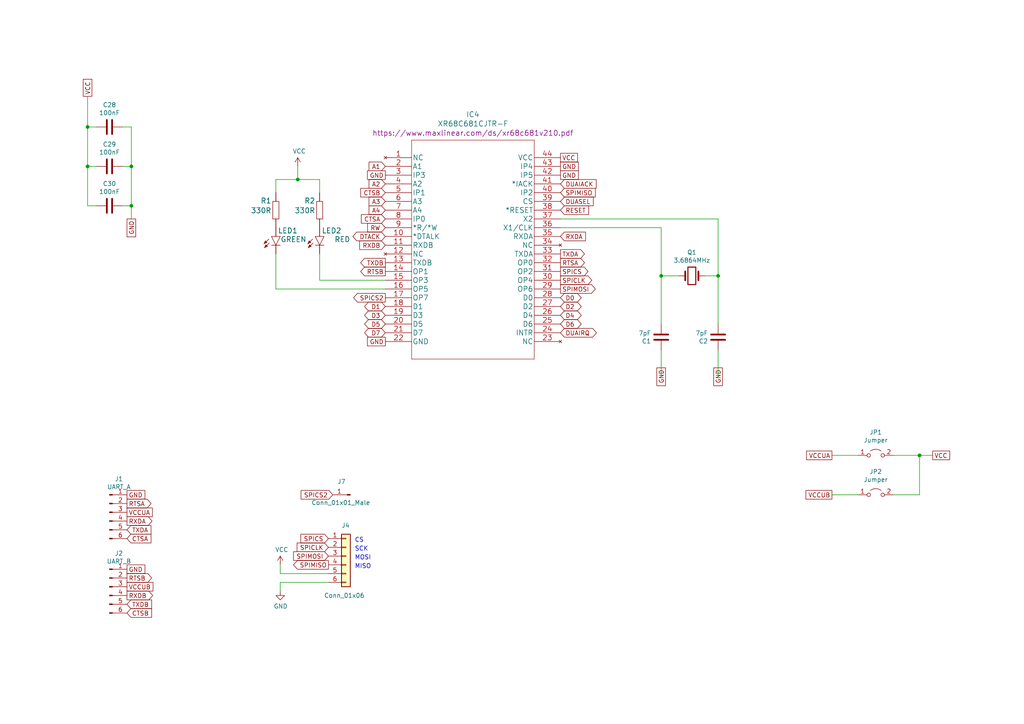
<source format=kicad_sch>
(kicad_sch (version 20231120) (generator "eeschema") (generator_version "8.0")
  (paper "A4")
  (title_block (title "ROSCO_M68K CLASSIC MC68030 EDITION") (date "2024-03-17") (rev "2.10") (company "The Really Old-School Company Limited") (comment 1 "OSHWA UK000006 (https://certification.oshwa.org/uk000006.html)") (comment 2 "See https://github.com/roscopeco/rosco_m68k/blob/master/LICENCE.hardware.txt") (comment 3 "Open Source Hardware licenced under CERN Open Hardware Licence") (comment 4 "Copyright 2019-2024 Ross Bamford and Contributors"))
  (lib_symbols
    (symbol "Connector:Conn_01x01_Pin" (pin_names (offset 1.016) hide)
      (property "Reference" "J" (at 0 2.54 0))
      (property "Value" "Conn_01x01_Pin" (at 0 -2.54 0))
      (symbol "Conn_01x01_Pin_1_1"
        (polyline (pts (xy 1.27 0) (xy 0.8636 0)) (stroke (width 0.1524)))
        (rectangle (start 0.8636 0.127) (end 0 -0.127) (stroke (width 0.1524)) (fill (type outline)))
        (pin passive line (at 5.08 0 180) (length 3.81) (name "Pin_1") (number "1"))
      )
    )
    (symbol "Connector:Conn_01x06_Pin" (pin_names (offset 1.016) hide)
      (property "Reference" "J" (at 0 7.62 0))
      (property "Value" "Conn_01x06_Pin" (at 0 -10.16 0))
      (symbol "Conn_01x06_Pin_1_1"
        (polyline (pts (xy 1.27 -7.62) (xy 0.8636 -7.62)) (stroke (width 0.1524)))
        (polyline (pts (xy 1.27 -5.08) (xy 0.8636 -5.08)) (stroke (width 0.1524)))
        (polyline (pts (xy 1.27 -2.54) (xy 0.8636 -2.54)) (stroke (width 0.1524)))
        (polyline (pts (xy 1.27 0) (xy 0.8636 0)) (stroke (width 0.1524)))
        (polyline (pts (xy 1.27 2.54) (xy 0.8636 2.54)) (stroke (width 0.1524)))
        (polyline (pts (xy 1.27 5.08) (xy 0.8636 5.08)) (stroke (width 0.1524)))
        (rectangle (start 0.8636 -7.493) (end 0 -7.747) (stroke (width 0.1524)) (fill (type outline)))
        (rectangle (start 0.8636 -4.953) (end 0 -5.207) (stroke (width 0.1524)) (fill (type outline)))
        (rectangle (start 0.8636 -2.413) (end 0 -2.667) (stroke (width 0.1524)) (fill (type outline)))
        (rectangle (start 0.8636 0.127) (end 0 -0.127) (stroke (width 0.1524)) (fill (type outline)))
        (rectangle (start 0.8636 2.667) (end 0 2.413) (stroke (width 0.1524)) (fill (type outline)))
        (rectangle (start 0.8636 5.207) (end 0 4.953) (stroke (width 0.1524)) (fill (type outline)))
        (pin passive line (at 5.08 5.08 180) (length 3.81) (name "Pin_1") (number "1"))
        (pin passive line (at 5.08 2.54 180) (length 3.81) (name "Pin_2") (number "2"))
        (pin passive line (at 5.08 0 180) (length 3.81) (name "Pin_3") (number "3"))
        (pin passive line (at 5.08 -2.54 180) (length 3.81) (name "Pin_4") (number "4"))
        (pin passive line (at 5.08 -5.08 180) (length 3.81) (name "Pin_5") (number "5"))
        (pin passive line (at 5.08 -7.62 180) (length 3.81) (name "Pin_6") (number "6"))
      )
    )
    (symbol "Connector_Generic:Conn_01x06" (pin_names (offset 1.016) hide)
      (property "Reference" "J" (at 0 7.62 0))
      (property "Value" "Conn_01x06" (at 0 -10.16 0))
      (symbol "Conn_01x06_1_1"
        (rectangle (start -1.27 -7.493) (end 0 -7.747) (stroke (width 0.1524)))
        (rectangle (start -1.27 -4.953) (end 0 -5.207) (stroke (width 0.1524)))
        (rectangle (start -1.27 -2.413) (end 0 -2.667) (stroke (width 0.1524)))
        (rectangle (start -1.27 0.127) (end 0 -0.127) (stroke (width 0.1524)))
        (rectangle (start -1.27 2.667) (end 0 2.413) (stroke (width 0.1524)))
        (rectangle (start -1.27 5.207) (end 0 4.953) (stroke (width 0.1524)))
        (rectangle (start -1.27 6.35) (end 1.27 -8.89) (stroke (width 0.254)) (fill (type background)))
        (pin passive line (at -5.08 5.08 0) (length 3.81) (name "Pin_1") (number "1"))
        (pin passive line (at -5.08 2.54 0) (length 3.81) (name "Pin_2") (number "2"))
        (pin passive line (at -5.08 0 0) (length 3.81) (name "Pin_3") (number "3"))
        (pin passive line (at -5.08 -2.54 0) (length 3.81) (name "Pin_4") (number "4"))
        (pin passive line (at -5.08 -5.08 0) (length 3.81) (name "Pin_5") (number "5"))
        (pin passive line (at -5.08 -7.62 0) (length 3.81) (name "Pin_6") (number "6"))
      )
    )
    (symbol "Device:C" (pin_numbers hide) (pin_names (offset 0.254))
      (property "Reference" "C" (at 0.635 2.54 0))
      (property "Value" "C" (at 0.635 -2.54 0))
      (symbol "C_0_1"
        (polyline (pts (xy -2.032 -0.762) (xy 2.032 -0.762)) (stroke (width 0.508)))
        (polyline (pts (xy -2.032 0.762) (xy 2.032 0.762)) (stroke (width 0.508)))
      )
      (symbol "C_1_1"
        (pin passive line (at 0 3.81 270) (length 2.794) (name "~") (number "1"))
        (pin passive line (at 0 -3.81 90) (length 2.794) (name "~") (number "2"))
      )
    )
    (symbol "Device:Crystal" (pin_numbers hide) (pin_names (offset 1.016) hide)
      (property "Reference" "Y" (at 0 3.81 0))
      (property "Value" "Crystal" (at 0 -3.81 0))
      (symbol "Crystal_0_1"
        (rectangle (start -1.143 2.54) (end 1.143 -2.54) (stroke (width 0.3048)))
        (polyline (pts (xy -2.54 0) (xy -1.905 0)))
        (polyline (pts (xy -1.905 -1.27) (xy -1.905 1.27)) (stroke (width 0.508)))
        (polyline (pts (xy 1.905 -1.27) (xy 1.905 1.27)) (stroke (width 0.508)))
        (polyline (pts (xy 2.54 0) (xy 1.905 0)))
      )
      (symbol "Crystal_1_1"
        (pin passive line (at -3.81 0 0) (length 1.27) (name "1") (number "1"))
        (pin passive line (at 3.81 0 180) (length 1.27) (name "2") (number "2"))
      )
    )
    (symbol "Jumper:Jumper_2_Open" (pin_names (offset 0) hide)
      (property "Reference" "JP" (at 0 2.794 0))
      (property "Value" "Jumper_2_Open" (at 0 -2.286 0))
      (symbol "Jumper_2_Open_0_0"
        (circle (center -2.032 0) (radius 0.508))
        (circle (center 2.032 0) (radius 0.508))
      )
      (symbol "Jumper_2_Open_0_1"
        (arc (start 1.524 1.27) (mid 0 1.778) (end -1.524 1.27))
      )
      (symbol "Jumper_2_Open_1_1"
        (pin passive line (at -5.08 0 0) (length 2.54) (name "A") (number "1"))
        (pin passive line (at 5.08 0 180) (length 2.54) (name "B") (number "2"))
      )
    )
    (symbol "power:GND" (power) (pin_names (offset 0))
      (property "Value" "GND" (at 0 -3.81 0))
      (symbol "GND_0_1"
        (polyline (pts (xy 0 0) (xy 0 -1.27) (xy 1.27 -1.27) (xy 0 -2.54) (xy -1.27 -1.27) (xy 0 -1.27)))
      )
      (symbol "GND_1_1"
        (pin power_in line (at 0 0 270) (length 0) hide (name "GND") (number "1"))
      )
    )
    (symbol "power:VCC" (power) (pin_names (offset 0))
      (property "Value" "VCC" (at 0 3.81 0))
      (symbol "VCC_0_1"
        (polyline (pts (xy -0.762 1.27) (xy 0 2.54)))
        (polyline (pts (xy 0 0) (xy 0 2.54)))
        (polyline (pts (xy 0 2.54) (xy 0.762 1.27)))
      )
      (symbol "VCC_1_1"
        (pin power_in line (at 0 0 90) (length 0) hide (name "VCC") (number "1"))
      )
    )
    (symbol "rosco_m68k-eagle-import:LED5MM" (pin_names (offset 1.016))
      (property "Reference" "LED" (at 3.556 -4.572 90))
      (property "Value" "LED5MM" (at 5.715 -4.572 90))
      (symbol "LED5MM_1_0"
        (polyline (pts (xy -2.032 -0.762) (xy -3.429 -2.159)))
        (polyline (pts (xy -1.905 -1.905) (xy -3.302 -3.302)))
        (polyline (pts (xy 0 -2.54) (xy -1.27 -2.54)))
        (polyline (pts (xy 0 -2.54) (xy -1.27 0)))
        (polyline (pts (xy 0 0) (xy -1.27 0)))
        (polyline (pts (xy 1.27 -2.54) (xy 0 -2.54)))
        (polyline (pts (xy 1.27 0) (xy 0 -2.54)))
        (polyline (pts (xy 1.27 0) (xy 0 0)))
        (polyline (pts (xy -3.429 -2.159) (xy -3.048 -1.27) (xy -2.54 -1.778)) (fill (type outline)))
        (polyline (pts (xy -3.302 -3.302) (xy -2.921 -2.413) (xy -2.413 -2.921)) (fill (type outline)))
        (pin passive line (at 0 2.54 270) (length 2.54) (name "A") (number "A"))
        (pin passive line (at 0 -5.08 90) (length 2.54) (name "C") (number "K"))
      )
    )
    (symbol "rosco_m68k-eagle-import:R-EU_0207_10" (pin_names (offset 1.016))
      (property "Reference" "R" (at -3.81 1.4986 0))
      (property "Value" "R-EU_0207_10" (at -3.81 -3.302 0))
      (symbol "R-EU_0207_10_1_0"
        (polyline (pts (xy -2.54 -0.889) (xy -2.54 0.889)))
        (polyline (pts (xy -2.54 -0.889) (xy 2.54 -0.889)))
        (polyline (pts (xy 2.54 -0.889) (xy 2.54 0.889)))
        (polyline (pts (xy 2.54 0.889) (xy -2.54 0.889)))
        (pin passive line (at -5.08 0 0) (length 2.54) (name "1") (number "1"))
        (pin passive line (at 5.08 0 180) (length 2.54) (name "2") (number "2"))
      )
    )
    (symbol "rosco_m68k-rescue:XR68C681CJTR-F-XR68C681" (pin_names (offset 0.254))
      (property "Reference" "U" (at 25.4 10.16 0))
      (property "Value" "XR68C681CJTR-F-XR68C681" (at 25.4 7.62 0))
      (symbol "XR68C681CJTR-F-XR68C681_1_1"
        (polyline (pts (xy 7.62 -58.42) (xy 43.18 -58.42)) (stroke (width 0.127)))
        (polyline (pts (xy 7.62 5.08) (xy 7.62 -58.42)) (stroke (width 0.127)))
        (polyline (pts (xy 43.18 -58.42) (xy 43.18 5.08)) (stroke (width 0.127)))
        (polyline (pts (xy 43.18 5.08) (xy 7.62 5.08)) (stroke (width 0.127)))
        (pin no_connect line (at 0 0 0) (length 7.62) (name "NC") (number "1"))
        (pin output line (at 0 -22.86 0) (length 7.62) (name "*DTALK") (number "10"))
        (pin input line (at 0 -25.4 0) (length 7.62) (name "RXDB") (number "11"))
        (pin no_connect line (at 0 -27.94 0) (length 7.62) (name "NC") (number "12"))
        (pin output line (at 0 -30.48 0) (length 7.62) (name "TXDB") (number "13"))
        (pin output line (at 0 -33.02 0) (length 7.62) (name "OP1") (number "14"))
        (pin output line (at 0 -35.56 0) (length 7.62) (name "OP3") (number "15"))
        (pin output line (at 0 -38.1 0) (length 7.62) (name "OP5") (number "16"))
        (pin output line (at 0 -40.64 0) (length 7.62) (name "OP7") (number "17"))
        (pin bidirectional line (at 0 -43.18 0) (length 7.62) (name "D1") (number "18"))
        (pin bidirectional line (at 0 -45.72 0) (length 7.62) (name "D3") (number "19"))
        (pin input line (at 0 -2.54 0) (length 7.62) (name "A1") (number "2"))
        (pin bidirectional line (at 0 -48.26 0) (length 7.62) (name "D5") (number "20"))
        (pin bidirectional line (at 0 -50.8 0) (length 7.62) (name "D7") (number "21"))
        (pin power_in line (at 0 -53.34 0) (length 7.62) (name "GND") (number "22"))
        (pin no_connect line (at 50.8 -53.34 180) (length 7.62) (name "NC") (number "23"))
        (pin output line (at 50.8 -50.8 180) (length 7.62) (name "INTR") (number "24"))
        (pin bidirectional line (at 50.8 -48.26 180) (length 7.62) (name "D6") (number "25"))
        (pin bidirectional line (at 50.8 -45.72 180) (length 7.62) (name "D4") (number "26"))
        (pin bidirectional line (at 50.8 -43.18 180) (length 7.62) (name "D2") (number "27"))
        (pin bidirectional line (at 50.8 -40.64 180) (length 7.62) (name "D0") (number "28"))
        (pin output line (at 50.8 -38.1 180) (length 7.62) (name "OP6") (number "29"))
        (pin input line (at 0 -5.08 0) (length 7.62) (name "IP3") (number "3"))
        (pin output line (at 50.8 -35.56 180) (length 7.62) (name "OP4") (number "30"))
        (pin output line (at 50.8 -33.02 180) (length 7.62) (name "OP2") (number "31"))
        (pin output line (at 50.8 -30.48 180) (length 7.62) (name "OP0") (number "32"))
        (pin output line (at 50.8 -27.94 180) (length 7.62) (name "TXDA") (number "33"))
        (pin no_connect line (at 50.8 -25.4 180) (length 7.62) (name "NC") (number "34"))
        (pin input line (at 50.8 -22.86 180) (length 7.62) (name "RXDA") (number "35"))
        (pin bidirectional line (at 50.8 -20.32 180) (length 7.62) (name "X1/CLK") (number "36"))
        (pin input line (at 50.8 -17.78 180) (length 7.62) (name "X2") (number "37"))
        (pin input line (at 50.8 -15.24 180) (length 7.62) (name "*RESET") (number "38"))
        (pin input line (at 50.8 -12.7 180) (length 7.62) (name "CS") (number "39"))
        (pin input line (at 0 -7.62 0) (length 7.62) (name "A2") (number "4"))
        (pin input line (at 50.8 -10.16 180) (length 7.62) (name "IP2") (number "40"))
        (pin input line (at 50.8 -7.62 180) (length 7.62) (name "*IACK") (number "41"))
        (pin input line (at 50.8 -5.08 180) (length 7.62) (name "IP5") (number "42"))
        (pin input line (at 50.8 -2.54 180) (length 7.62) (name "IP4") (number "43"))
        (pin power_in line (at 50.8 0 180) (length 7.62) (name "VCC") (number "44"))
        (pin input line (at 0 -10.16 0) (length 7.62) (name "IP1") (number "5"))
        (pin input line (at 0 -12.7 0) (length 7.62) (name "A3") (number "6"))
        (pin input line (at 0 -15.24 0) (length 7.62) (name "A4") (number "7"))
        (pin input line (at 0 -17.78 0) (length 7.62) (name "IP0") (number "8"))
        (pin input line (at 0 -20.32 0) (length 7.62) (name "*R/*W") (number "9"))
      )
    )
  )
  (junction (at 38.1 48.26))
  (junction (at 25.4 36.83))
  (junction (at 208.28 80.01))
  (junction (at 86.36 52.07))
  (junction (at 38.1 59.69))
  (junction (at 25.4 48.26))
  (junction (at 266.7 132.08))
  (junction (at 191.77 80.01))
  (wire (pts (xy 92.71 52.07) (xy 86.36 52.07)))
  (wire (pts (xy 196.85 80.01) (xy 191.77 80.01)))
  (wire (pts (xy 92.71 55.88) (xy 92.71 52.07)))
  (wire (pts (xy 266.7 132.08) (xy 270.51 132.08)))
  (wire (pts (xy 38.1 48.26) (xy 38.1 59.69)))
  (wire (pts (xy 25.4 27.94) (xy 25.4 36.83)))
  (wire (pts (xy 208.28 63.5) (xy 208.28 80.01)))
  (wire (pts (xy 92.71 73.66) (xy 92.71 81.28)))
  (wire (pts (xy 191.77 101.6) (xy 191.77 109.22)))
  (wire (pts (xy 35.56 36.83) (xy 38.1 36.83)))
  (wire (pts (xy 38.1 36.83) (xy 38.1 48.26)))
  (wire (pts (xy 208.28 63.5) (xy 162.56 63.5)))
  (wire (pts (xy 27.94 48.26) (xy 25.4 48.26)))
  (wire (pts (xy 35.56 48.26) (xy 38.1 48.26)))
  (wire (pts (xy 241.3 143.51) (xy 248.92 143.51)))
  (wire (pts (xy 25.4 36.83) (xy 25.4 48.26)))
  (wire (pts (xy 86.36 52.07) (xy 86.36 48.26)))
  (wire (pts (xy 259.08 132.08) (xy 266.7 132.08)))
  (wire (pts (xy 259.08 143.51) (xy 266.7 143.51)))
  (wire (pts (xy 95.25 166.37) (xy 81.28 166.37)))
  (wire (pts (xy 204.47 80.01) (xy 208.28 80.01)))
  (wire (pts (xy 81.28 168.91) (xy 81.28 171.45)))
  (wire (pts (xy 191.77 80.01) (xy 191.77 93.98)))
  (wire (pts (xy 35.56 59.69) (xy 38.1 59.69)))
  (wire (pts (xy 25.4 48.26) (xy 25.4 59.69)))
  (wire (pts (xy 80.01 52.07) (xy 86.36 52.07)))
  (wire (pts (xy 111.76 81.28) (xy 92.71 81.28)))
  (wire (pts (xy 95.25 168.91) (xy 81.28 168.91)))
  (wire (pts (xy 208.28 101.6) (xy 208.28 109.22)))
  (wire (pts (xy 266.7 143.51) (xy 266.7 132.08)))
  (wire (pts (xy 27.94 36.83) (xy 25.4 36.83)))
  (wire (pts (xy 208.28 93.98) (xy 208.28 80.01)))
  (wire (pts (xy 27.94 59.69) (xy 25.4 59.69)))
  (wire (pts (xy 162.56 66.04) (xy 191.77 66.04)))
  (wire (pts (xy 80.01 55.88) (xy 80.01 52.07)))
  (wire (pts (xy 241.3 132.08) (xy 248.92 132.08)))
  (wire (pts (xy 81.28 166.37) (xy 81.28 163.83)))
  (wire (pts (xy 80.01 73.66) (xy 80.01 83.82)))
  (wire (pts (xy 191.77 66.04) (xy 191.77 80.01)))
  (wire (pts (xy 38.1 59.69) (xy 38.1 63.5)))
  (wire (pts (xy 111.76 83.82) (xy 80.01 83.82)))
  (text "MISO" (at 102.87 165.1 0) (effects (font (size 1.27 1.27)) (justify left bottom)))
  (text "SCK" (at 102.87 160.02 0) (effects (font (size 1.27 1.27)) (justify left bottom)))
  (text "CS" (at 102.87 157.48 0) (effects (font (size 1.27 1.27)) (justify left bottom)))
  (text "MOSI" (at 102.87 162.56 0) (effects (font (size 1.27 1.27)) (justify left bottom)))
  (global_label "RXDB" (shape input) (at 111.76 71.12 180) (property "Intersheetrefs" "${INTERSHEET_REFS}" (effects (hide yes))))
  (global_label "GND" (shape passive) (at 38.1 63.5 270) (property "Intersheetrefs" "${INTERSHEET_REFS}" (effects (hide yes))))
  (global_label "VCCUA" (shape passive) (at 36.83 148.59 0) (property "Intersheetrefs" "${INTERSHEET_REFS}" (effects (hide yes))))
  (global_label "RXDA" (shape input) (at 162.56 68.58 0) (property "Intersheetrefs" "${INTERSHEET_REFS}" (effects (hide yes))))
  (global_label "D2" (shape bidirectional) (at 162.56 88.9 0) (property "Intersheetrefs" "${INTERSHEET_REFS}" (effects (hide yes))))
  (global_label "GND" (shape passive) (at 162.56 48.26 0) (property "Intersheetrefs" "${INTERSHEET_REFS}" (effects (hide yes))))
  (global_label "SPICLK" (shape input) (at 95.25 158.75 180) (property "Intersheetrefs" "${INTERSHEET_REFS}" (effects (hide yes))))
  (global_label "GND" (shape passive) (at 36.83 165.1 0) (property "Intersheetrefs" "${INTERSHEET_REFS}" (effects (hide yes))))
  (global_label "A2" (shape input) (at 111.76 53.34 180) (property "Intersheetrefs" "${INTERSHEET_REFS}" (effects (hide yes))))
  (global_label "RXDB" (shape output) (at 36.83 172.72 0) (property "Intersheetrefs" "${INTERSHEET_REFS}" (effects (hide yes))))
  (global_label "CTSB" (shape input) (at 111.76 55.88 180) (property "Intersheetrefs" "${INTERSHEET_REFS}" (effects (hide yes))))
  (global_label "CTSB" (shape input) (at 36.83 177.8 0) (property "Intersheetrefs" "${INTERSHEET_REFS}" (effects (hide yes))))
  (global_label "TXDA" (shape output) (at 162.56 73.66 0) (property "Intersheetrefs" "${INTERSHEET_REFS}" (effects (hide yes))))
  (global_label "VCCUB" (shape passive) (at 36.83 170.18 0) (property "Intersheetrefs" "${INTERSHEET_REFS}" (effects (hide yes))))
  (global_label "DUAIRQ" (shape tri_state) (at 162.56 96.52 0) (property "Intersheetrefs" "${INTERSHEET_REFS}" (effects (hide yes))))
  (global_label "GND" (shape passive) (at 111.76 50.8 180) (property "Intersheetrefs" "${INTERSHEET_REFS}" (effects (hide yes))))
  (global_label "RXDA" (shape output) (at 36.83 151.13 0) (property "Intersheetrefs" "${INTERSHEET_REFS}" (effects (hide yes))))
  (global_label "VCC" (shape passive) (at 25.4 27.94 90) (property "Intersheetrefs" "${INTERSHEET_REFS}" (effects (hide yes))))
  (global_label "D0" (shape bidirectional) (at 162.56 86.36 0) (property "Intersheetrefs" "${INTERSHEET_REFS}" (effects (hide yes))))
  (global_label "TXDB" (shape output) (at 111.76 76.2 180) (property "Intersheetrefs" "${INTERSHEET_REFS}" (effects (hide yes))))
  (global_label "VCC" (shape passive) (at 162.56 45.72 0) (property "Intersheetrefs" "${INTERSHEET_REFS}" (effects (hide yes))))
  (global_label "DUASEL" (shape input) (at 162.56 58.42 0) (property "Intersheetrefs" "${INTERSHEET_REFS}" (effects (hide yes))))
  (global_label "CTSA" (shape input) (at 111.76 63.5 180) (property "Intersheetrefs" "${INTERSHEET_REFS}" (effects (hide yes))))
  (global_label "RESET" (shape input) (at 162.56 60.96 0) (property "Intersheetrefs" "${INTERSHEET_REFS}" (effects (hide yes))))
  (global_label "TXDB" (shape input) (at 36.83 175.26 0) (property "Intersheetrefs" "${INTERSHEET_REFS}" (effects (hide yes))))
  (global_label "SPIMISO" (shape output) (at 95.25 163.83 180) (property "Intersheetrefs" "${INTERSHEET_REFS}" (effects (hide yes))))
  (global_label "RTSA" (shape output) (at 36.83 146.05 0) (property "Intersheetrefs" "${INTERSHEET_REFS}" (effects (hide yes))))
  (global_label "VCC" (shape passive) (at 270.51 132.08 0) (property "Intersheetrefs" "${INTERSHEET_REFS}" (effects (hide yes))))
  (global_label "D3" (shape bidirectional) (at 111.76 91.44 180) (property "Intersheetrefs" "${INTERSHEET_REFS}" (effects (hide yes))))
  (global_label "SPICS2" (shape input) (at 96.52 143.51 180) (property "Intersheetrefs" "${INTERSHEET_REFS}" (effects (hide yes))))
  (global_label "SPIMOSI" (shape input) (at 95.25 161.29 180) (property "Intersheetrefs" "${INTERSHEET_REFS}" (effects (hide yes))))
  (global_label "D6" (shape bidirectional) (at 162.56 93.98 0) (property "Intersheetrefs" "${INTERSHEET_REFS}" (effects (hide yes))))
  (global_label "VCCUA" (shape passive) (at 241.3 132.08 180) (property "Intersheetrefs" "${INTERSHEET_REFS}" (effects (hide yes))))
  (global_label "CTSA" (shape input) (at 36.83 156.21 0) (property "Intersheetrefs" "${INTERSHEET_REFS}" (effects (hide yes))))
  (global_label "RW" (shape input) (at 111.76 66.04 180) (property "Intersheetrefs" "${INTERSHEET_REFS}" (effects (hide yes))))
  (global_label "D4" (shape bidirectional) (at 162.56 91.44 0) (property "Intersheetrefs" "${INTERSHEET_REFS}" (effects (hide yes))))
  (global_label "SPICS" (shape output) (at 162.56 78.74 0) (property "Intersheetrefs" "${INTERSHEET_REFS}" (effects (hide yes))))
  (global_label "SPICLK" (shape output) (at 162.56 81.28 0) (property "Intersheetrefs" "${INTERSHEET_REFS}" (effects (hide yes))))
  (global_label "D1" (shape bidirectional) (at 111.76 88.9 180) (property "Intersheetrefs" "${INTERSHEET_REFS}" (effects (hide yes))))
  (global_label "GND" (shape passive) (at 191.77 106.68 270) (property "Intersheetrefs" "${INTERSHEET_REFS}" (effects (hide yes))))
  (global_label "SPIMISO" (shape input) (at 162.56 55.88 0) (property "Intersheetrefs" "${INTERSHEET_REFS}" (effects (hide yes))))
  (global_label "D7" (shape bidirectional) (at 111.76 96.52 180) (property "Intersheetrefs" "${INTERSHEET_REFS}" (effects (hide yes))))
  (global_label "GND" (shape passive) (at 36.83 143.51 0) (property "Intersheetrefs" "${INTERSHEET_REFS}" (effects (hide yes))))
  (global_label "DTACK" (shape tri_state) (at 111.76 68.58 180) (property "Intersheetrefs" "${INTERSHEET_REFS}" (effects (hide yes))))
  (global_label "D5" (shape bidirectional) (at 111.76 93.98 180) (property "Intersheetrefs" "${INTERSHEET_REFS}" (effects (hide yes))))
  (global_label "RTSA" (shape output) (at 162.56 76.2 0) (property "Intersheetrefs" "${INTERSHEET_REFS}" (effects (hide yes))))
  (global_label "A4" (shape input) (at 111.76 60.96 180) (property "Intersheetrefs" "${INTERSHEET_REFS}" (effects (hide yes))))
  (global_label "A1" (shape input) (at 111.76 48.26 180) (property "Intersheetrefs" "${INTERSHEET_REFS}" (effects (hide yes))))
  (global_label "A3" (shape input) (at 111.76 58.42 180) (property "Intersheetrefs" "${INTERSHEET_REFS}" (effects (hide yes))))
  (global_label "GND" (shape passive) (at 111.76 99.06 180) (property "Intersheetrefs" "${INTERSHEET_REFS}" (effects (hide yes))))
  (global_label "SPIMOSI" (shape output) (at 162.56 83.82 0) (property "Intersheetrefs" "${INTERSHEET_REFS}" (effects (hide yes))))
  (global_label "DUAIACK" (shape input) (at 162.56 53.34 0) (property "Intersheetrefs" "${INTERSHEET_REFS}" (effects (hide yes))))
  (global_label "GND" (shape passive) (at 208.28 106.68 270) (property "Intersheetrefs" "${INTERSHEET_REFS}" (effects (hide yes))))
  (global_label "RTSB" (shape output) (at 36.83 167.64 0) (property "Intersheetrefs" "${INTERSHEET_REFS}" (effects (hide yes))))
  (global_label "TXDA" (shape input) (at 36.83 153.67 0) (property "Intersheetrefs" "${INTERSHEET_REFS}" (effects (hide yes))))
  (global_label "SPICS" (shape input) (at 95.25 156.21 180) (property "Intersheetrefs" "${INTERSHEET_REFS}" (effects (hide yes))))
  (global_label "GND" (shape passive) (at 162.56 50.8 0) (property "Intersheetrefs" "${INTERSHEET_REFS}" (effects (hide yes))))
  (global_label "VCCUB" (shape passive) (at 241.3 143.51 180) (property "Intersheetrefs" "${INTERSHEET_REFS}" (effects (hide yes))))
  (global_label "RTSB" (shape output) (at 111.76 78.74 180) (property "Intersheetrefs" "${INTERSHEET_REFS}" (effects (hide yes))))
  (global_label "SPICS2" (shape output) (at 111.76 86.36 180) (property "Intersheetrefs" "${INTERSHEET_REFS}" (effects (hide yes))))
  (symbol (lib_id "Device:Crystal") (at 200.66 80.01 0) (unit 1)
    (property "Reference" "Q1" (at 200.66 73.2028 0))
    (property "Value" "3.6864MHz" (at 200.66 75.5142 0))
    (property "Footprint" "Crystal:Crystal_HC49-4H_Vertical" (effects (hide yes)))
  )
  (symbol (lib_id "Device:C") (at 191.77 97.79 180) (unit 1)
    (property "Reference" "C1" (at 188.849 98.9584 0) (effects (justify left)))
    (property "Value" "7pF" (at 188.849 96.647 0) (effects (justify left)))
    (property "Footprint" "rosco_m68k:C2.5_or_3.5-3" (effects (hide yes)))
  )
  (symbol (lib_id "Device:C") (at 208.28 97.79 180) (unit 1)
    (property "Reference" "C2" (at 205.359 98.9584 0) (effects (justify left)))
    (property "Value" "7pF" (at 205.359 96.647 0) (effects (justify left)))
    (property "Footprint" "rosco_m68k:C2.5_or_3.5-3" (effects (hide yes)))
  )
  (symbol (lib_id "Connector:Conn_01x06_Pin") (at 31.75 148.59 0) (unit 1)
    (property "Reference" "J1" (at 34.4932 138.9126 0))
    (property "Value" "UART_A" (at 34.4932 141.224 0))
    (property "Footprint" "rosco_m68k:1X06" (effects (hide yes)))
  )
  (symbol (lib_id "Connector:Conn_01x06_Pin") (at 31.75 170.18 0) (unit 1)
    (property "Reference" "J2" (at 34.4932 160.5026 0))
    (property "Value" "UART_B" (at 34.4932 162.814 0))
    (property "Footprint" "rosco_m68k:1X06" (effects (hide yes)))
  )
  (symbol (lib_id "Device:C") (at 31.75 59.69 270) (unit 1)
    (property "Reference" "C30" (at 31.75 53.2892 90))
    (property "Value" "100nF" (at 31.75 55.6006 90))
    (property "Footprint" "rosco_m68k:C2.5-3" (effects (hide yes)))
  )
  (symbol (lib_id "Device:C") (at 31.75 36.83 270) (unit 1)
    (property "Reference" "C28" (at 31.75 30.4292 90))
    (property "Value" "100nF" (at 31.75 32.7406 90))
    (property "Footprint" "rosco_m68k:C2.5-3" (effects (hide yes)))
  )
  (symbol (lib_id "Device:C") (at 31.75 48.26 270) (unit 1)
    (property "Reference" "C29" (at 31.75 41.8592 90))
    (property "Value" "100nF" (at 31.75 44.1706 90))
    (property "Footprint" "rosco_m68k:C2.5-3" (effects (hide yes)))
  )
  (symbol (lib_id "rosco_m68k-rescue:XR68C681CJTR-F-XR68C681") (at 111.76 45.72 0) (unit 1)
    (property "Reference" "IC4" (at 137.16 33.1978 0) (effects (font (size 1.524 1.524))))
    (property "Value" "XR68C681CJTR-F" (at 137.16 35.8902 0) (effects (font (size 1.524 1.524))))
    (property "Footprint" "Package_LCC:PLCC-44_THT-Socket" (effects (hide yes)))
    (property "Datasheet" "https://www.maxlinear.com/ds/xr68c681v210.pdf" (at 137.16 38.5826 0) (effects (font (size 1.524 1.524))))
  )
  (symbol (lib_id "rosco_m68k-eagle-import:R-EU_0207_10") (at 80.01 60.96 90) (unit 1)
    (property "Reference" "R1" (at 78.74 57.3786 90) (effects (font (size 1.4986 1.4986)) (justify left bottom)))
    (property "Value" "330R" (at 78.74 60.198 90) (effects (font (size 1.4986 1.4986)) (justify left bottom)))
    (property "Footprint" "rosco_m68k:0207_10" (effects (hide yes)))
  )
  (symbol (lib_id "rosco_m68k-eagle-import:LED5MM") (at 80.01 68.58 0) (unit 1)
    (property "Reference" "LED1" (at 86.36 66.04 0) (effects (font (size 1.4986 1.4986)) (justify right top)))
    (property "Value" "GREEN" (at 88.9 68.58 0) (effects (font (size 1.4986 1.4986)) (justify right top)))
    (property "Footprint" "rosco_m68k:LED5MM" (effects (hide yes)))
  )
  (symbol (lib_id "rosco_m68k-eagle-import:R-EU_0207_10") (at 92.71 60.96 90) (unit 1)
    (property "Reference" "R2" (at 91.44 57.3786 90) (effects (font (size 1.4986 1.4986)) (justify left bottom)))
    (property "Value" "330R" (at 91.44 60.198 90) (effects (font (size 1.4986 1.4986)) (justify left bottom)))
    (property "Footprint" "rosco_m68k:0207_10" (effects (hide yes)))
  )
  (symbol (lib_id "rosco_m68k-eagle-import:LED5MM") (at 92.71 68.58 0) (unit 1)
    (property "Reference" "LED2" (at 99.06 66.04 0) (effects (font (size 1.4986 1.4986)) (justify right top)))
    (property "Value" "RED" (at 101.6 68.58 0) (effects (font (size 1.4986 1.4986)) (justify right top)))
    (property "Footprint" "rosco_m68k:LED5MM" (effects (hide yes)))
  )
  (symbol (lib_id "power:VCC") (at 86.36 48.26 0) (unit 1)
    (property "Reference" "#PWR04" (effects (hide yes)))
    (property "Value" "VCC" (at 86.7918 43.8658 0))
  )
  (symbol (lib_id "Connector_Generic:Conn_01x06") (at 100.33 161.29 0) (unit 1)
    (property "Reference" "J4" (at 99.06 152.4 0) (effects (justify left)))
    (property "Value" "Conn_01x06" (at 93.98 172.72 0) (effects (justify left)))
    (property "Footprint" "rosco_m68k:1X06" (effects (hide yes)))
  )
  (symbol (lib_id "power:VCC") (at 81.28 163.83 0) (unit 1)
    (property "Reference" "#PWR0101" (effects (hide yes)))
    (property "Value" "VCC" (at 81.7118 159.4358 0))
  )
  (symbol (lib_id "power:GND") (at 81.28 171.45 0) (unit 1)
    (property "Reference" "#PWR0102" (effects (hide yes)))
    (property "Value" "GND" (at 81.407 175.8442 0))
  )
  (symbol (lib_id "Connector:Conn_01x01_Pin") (at 101.6 143.51 180) (unit 1)
    (property "Reference" "J7" (at 99.06 139.7 0))
    (property "Value" "Conn_01x01_Male" (at 98.8568 145.796 0))
    (property "Footprint" "Connector_PinHeader_2.54mm:PinHeader_1x01_P2.54mm_Vertical" (effects (hide yes)))
  )
  (symbol (lib_id "Jumper:Jumper_2_Open") (at 254 143.51 0) (unit 1)
    (property "Reference" "JP2" (at 254 136.8044 0))
    (property "Value" "Jumper" (at 254 139.1158 0))
    (property "Footprint" "rosco_m68k:1X02" (effects (hide yes)))
  )
  (symbol (lib_id "Jumper:Jumper_2_Open") (at 254 132.08 0) (unit 1)
    (property "Reference" "JP1" (at 254 125.3744 0))
    (property "Value" "Jumper" (at 254 127.6858 0))
    (property "Footprint" "rosco_m68k:1X02" (effects (hide yes)))
  )
)
</source>
